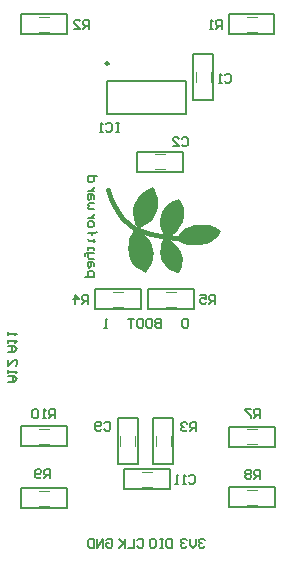
<source format=gbo>
G04*
G04 #@! TF.GenerationSoftware,Altium Limited,Altium Designer,18.1.6 (161)*
G04*
G04 Layer_Color=32896*
%FSTAX24Y24*%
%MOIN*%
G70*
G01*
G75*
%ADD10C,0.0079*%
%ADD11C,0.0070*%
%ADD12C,0.0040*%
%ADD13C,0.0050*%
%ADD55C,0.0098*%
%ADD56C,0.0158*%
G36*
X015148Y020537D02*
X015148Y020536D01*
X01514Y020457D01*
X01514Y020456D01*
X01514Y020456D01*
X015119Y020381D01*
X015082Y020231D01*
X015081Y02023D01*
Y02023D01*
X015061Y02018D01*
X01506Y02018D01*
X01506Y020179D01*
X015002Y020067D01*
X015002Y020067D01*
X015002Y020066D01*
X014935Y019966D01*
X014935Y019966D01*
X014935Y019966D01*
X014901Y019924D01*
X0149Y019924D01*
X014899Y019922D01*
X014898Y019922D01*
X014897Y019922D01*
X014896Y019922D01*
X014894Y019922D01*
X014819Y019951D01*
X014819Y019952D01*
X014818Y019952D01*
X014731Y019998D01*
X014731Y019998D01*
X014731Y019998D01*
X014668Y020031D01*
X014668Y020031D01*
X014668Y020031D01*
X014543Y020119D01*
X014542Y020119D01*
X014542Y020119D01*
X014483Y020178D01*
X014483Y020178D01*
X014483Y020179D01*
X014437Y020245D01*
X014437Y020246D01*
X014436Y020246D01*
X014403Y020313D01*
X014403Y020313D01*
X014403Y020313D01*
X014357Y020409D01*
X014357Y020409D01*
X014357Y020409D01*
X014332Y020467D01*
X014332Y020468D01*
X014332Y020469D01*
X014315Y020569D01*
X014315Y020569D01*
X014315Y02057D01*
X014311Y02072D01*
X014311Y02072D01*
X014311Y02072D01*
X014319Y020879D01*
X014319Y020879D01*
X014319Y02088D01*
X014344Y021D01*
X014344Y021001D01*
X014344Y021001D01*
X014374Y021101D01*
X014374Y021101D01*
X014374Y021102D01*
X01442Y021202D01*
X01442Y021202D01*
X01442Y021202D01*
X014466Y021277D01*
X014466Y021278D01*
X014466Y021278D01*
X014508Y021332D01*
X014508Y021332D01*
X014508Y021333D01*
X014509Y021333D01*
X01451Y021334D01*
X014511Y021334D01*
X014512Y021335D01*
X014513Y021335D01*
X014513Y021335D01*
X014514Y021334D01*
X014515Y021334D01*
X014765Y021255D01*
X014767Y021254D01*
X014768Y021253D01*
X014784Y021228D01*
X014892Y021137D01*
X014942Y021096D01*
X014942Y021095D01*
X014943Y021095D01*
X014997Y021033D01*
X014997Y021032D01*
X014997Y021032D01*
X015064Y020927D01*
X015064Y020927D01*
X015064Y020927D01*
X015106Y020839D01*
X015106Y020839D01*
X015107Y020838D01*
X015136Y020688D01*
X015136Y020688D01*
X015136Y020687D01*
X015148Y020537D01*
X015148Y020537D01*
D02*
G37*
G36*
X015298Y022277D02*
X015298Y022276D01*
X015285Y022106D01*
X015285Y022105D01*
X015285Y022104D01*
X015247Y021971D01*
X015247Y021971D01*
X015247Y02197D01*
X015172Y021791D01*
X015172Y021791D01*
X015172Y02179D01*
X015122Y021703D01*
X015121Y021702D01*
X015121Y021702D01*
X015075Y021652D01*
X015074Y021651D01*
X015074Y021651D01*
X015016Y021609D01*
X015016Y021609D01*
X015016Y021609D01*
X014941Y021559D01*
X014941Y021559D01*
X01494Y021559D01*
X014811Y021476D01*
X014811Y021476D01*
X014811Y021475D01*
X014761Y02145D01*
X014703Y021421D01*
X014701Y021421D01*
X0147Y02142D01*
X014683D01*
X014682Y021421D01*
X014681Y021421D01*
X014557Y02147D01*
X014557Y02147D01*
X014556Y02147D01*
X014556Y021471D01*
X014555Y021471D01*
X014555Y021472D01*
X014554Y021473D01*
X014554Y021474D01*
X014553Y021474D01*
X014535Y02155D01*
X014519Y021604D01*
X014519Y021604D01*
X014518Y021605D01*
X014502Y021684D01*
X014502Y021684D01*
X014502Y021684D01*
X014481Y021792D01*
X014481Y021792D01*
X014481Y021792D01*
X014464Y021888D01*
X014464Y021889D01*
X014464Y021889D01*
Y021981D01*
X014464Y021981D01*
X014464Y021982D01*
X014472Y022073D01*
X014473Y022074D01*
X014472Y022074D01*
X014489Y022145D01*
X014489Y022145D01*
X014489Y022145D01*
X014519Y022245D01*
X014519Y022246D01*
X014519Y022246D01*
X014581Y022359D01*
X014582Y022359D01*
X014582Y022359D01*
X014619Y022418D01*
X01462Y022418D01*
X01462Y022419D01*
X014741Y022536D01*
X014741Y022536D01*
X014741Y022536D01*
X014816Y022606D01*
X014816Y022606D01*
X014816Y022607D01*
X014871Y022653D01*
X014871Y022653D01*
X014872Y022653D01*
X014934Y022687D01*
X01505Y022753D01*
X015051Y022753D01*
X015051Y022753D01*
X015113Y022787D01*
X015115Y022787D01*
X015118Y022787D01*
X015118Y022787D01*
X015118Y022787D01*
X01512Y022786D01*
X015122Y022785D01*
X015201Y022668D01*
X015201Y022667D01*
X015201Y022667D01*
X015235Y022592D01*
X015235Y022592D01*
X015235Y022591D01*
X015264Y022495D01*
X015264Y022495D01*
X015264Y022495D01*
X015289Y022408D01*
X015289Y022407D01*
X015289Y022406D01*
X015298Y022277D01*
X015298Y022277D01*
D02*
G37*
G36*
X015988Y022387D02*
X015989Y022387D01*
X01599Y022386D01*
X015992Y022385D01*
X016063Y022276D01*
X016063Y022276D01*
X016063Y022276D01*
X016125Y022155D01*
X016125Y022154D01*
X016126Y022154D01*
X016151Y022079D01*
X016151Y022079D01*
X016151Y022079D01*
X016167Y02202D01*
X016167Y02202D01*
X016168Y022019D01*
X016176Y021944D01*
X016176Y021944D01*
X016176Y021943D01*
X016164Y02176D01*
X016163Y021759D01*
X016164Y021759D01*
X016139Y021667D01*
X016138Y021667D01*
X016138Y021667D01*
X016117Y0216D01*
X016117Y0216D01*
X016117Y021599D01*
X01608Y021528D01*
X016079Y021527D01*
X016046Y021466D01*
X016046Y021465D01*
X016046Y021465D01*
X015967Y021344D01*
X015966Y021344D01*
X015965Y021343D01*
X015815Y021226D01*
X015815Y021226D01*
X015815Y021226D01*
X015686Y021147D01*
X015686Y021147D01*
X015686Y021147D01*
X015644Y021122D01*
X015642Y021121D01*
X01564Y021121D01*
X015502Y021141D01*
X015501Y021142D01*
X015501Y021142D01*
X0155Y021143D01*
X015498Y021143D01*
X015498Y021144D01*
X015498Y021144D01*
X015498Y021144D01*
X015497Y021145D01*
X015418Y021312D01*
X015418Y021312D01*
X015418Y021313D01*
X015376Y021501D01*
X015376Y021501D01*
X015376Y021502D01*
X015372Y021647D01*
X015372Y021648D01*
X015372Y021649D01*
X015397Y021824D01*
X015397Y021824D01*
X015397Y021824D01*
X01543Y021937D01*
X01543Y021937D01*
Y021938D01*
X01546Y022008D01*
X01546Y022009D01*
X015461Y02201D01*
X015498Y02206D01*
X015498Y02206D01*
X015498Y02206D01*
X015561Y022139D01*
X015561Y02214D01*
X015561Y02214D01*
X015628Y022202D01*
X015629Y022203D01*
X015629Y022203D01*
X015808Y022308D01*
X015808Y022308D01*
X015809Y022308D01*
X015913Y022358D01*
X015913Y022358D01*
X015913Y022358D01*
X015984Y022387D01*
X015986Y022387D01*
X015988Y022387D01*
X015988Y022387D01*
D02*
G37*
G36*
X016822Y021523D02*
X016822Y021523D01*
X016918Y021515D01*
X016918Y021515D01*
X016918Y021515D01*
X017031Y021502D01*
X017031Y021502D01*
X017032Y021502D01*
X017111Y021473D01*
X017111Y021473D01*
X017111Y021473D01*
X017186Y021443D01*
X017187Y021443D01*
X017187Y021443D01*
X017283Y021384D01*
X017283Y021384D01*
X017284Y021384D01*
X01735Y021339D01*
X017391Y021318D01*
X017393Y021316D01*
X017394Y021314D01*
X017394Y021314D01*
X017394Y021314D01*
X017394Y021312D01*
X017394Y02131D01*
X017361Y021239D01*
X01736Y021239D01*
X01736Y021238D01*
X017323Y02118D01*
X017322Y02118D01*
X017322Y021179D01*
X017251Y0211D01*
X017251Y0211D01*
X017251Y0211D01*
X017193Y021037D01*
X017192Y021037D01*
X017192Y021037D01*
X017109Y020974D01*
X017109Y020974D01*
X017109Y020974D01*
X017063Y02094D01*
X017062Y02094D01*
X017062Y02094D01*
X016995Y020911D01*
X016995Y020911D01*
X016995Y020911D01*
X016945Y02089D01*
X016944Y02089D01*
X016944Y020889D01*
X016831Y020864D01*
X016831Y020864D01*
X016831Y020864D01*
X016752Y020848D01*
X016752Y020848D01*
X016752Y020848D01*
X016664Y020835D01*
X016664Y020835D01*
X016663Y020835D01*
X016572D01*
X016571Y020835D01*
X016571Y020835D01*
X016442Y020844D01*
X016442Y020844D01*
X016442Y020844D01*
X016334Y020852D01*
X016333Y020852D01*
X016333Y020852D01*
X016283Y02086D01*
X016283Y02086D01*
X016283Y02086D01*
X016195Y020877D01*
X016195Y020877D01*
X016195Y020877D01*
X01616Y020888D01*
X01616Y020888D01*
X01616Y020888D01*
X016096Y020916D01*
X016095Y020916D01*
X016095Y020916D01*
X016043Y020952D01*
X016042Y020953D01*
X016042Y020953D01*
X015978Y021009D01*
X015978Y021009D01*
X015977Y02101D01*
X015967Y021023D01*
X015934Y021023D01*
X015933Y021023D01*
X015932Y021023D01*
X015931Y021024D01*
X01593Y021024D01*
X015929Y021025D01*
X015928Y021026D01*
X015928Y021027D01*
X015928Y021029D01*
X015928Y02103D01*
X015928Y021031D01*
X015957Y021135D01*
X015958Y021136D01*
X015958Y021137D01*
X015991Y021191D01*
X015992Y021191D01*
X015992Y021191D01*
X016067Y021287D01*
X016067Y021288D01*
X016068Y021288D01*
X016176Y021372D01*
X016177Y021372D01*
X016177Y021372D01*
X016244Y02141D01*
X016244Y02141D01*
X016244Y02141D01*
X016344Y021448D01*
X016419Y021477D01*
X01642Y021477D01*
X01642Y021477D01*
X016503Y021498D01*
X016503Y021498D01*
X016503Y021498D01*
X016587Y021519D01*
X016587Y021518D01*
X016588Y021519D01*
X016663Y021523D01*
X016663Y021523D01*
X016663Y021523D01*
X016822D01*
X016822Y021523D01*
D02*
G37*
G36*
X015492Y021057D02*
X015493Y021057D01*
X015622Y021037D01*
X015623Y021036D01*
X015624Y021036D01*
X015761Y020965D01*
X015762Y020965D01*
X015762Y020965D01*
X015837Y020915D01*
X015837Y020914D01*
X015838Y020914D01*
X015908Y020844D01*
X015908Y020844D01*
X015908Y020843D01*
X01598Y020755D01*
X01598Y020755D01*
X01598Y020755D01*
X015987Y020745D01*
X015987Y020745D01*
X015987Y020744D01*
X016Y020724D01*
X016Y020724D01*
X016Y020724D01*
X016011Y020703D01*
X016011Y020703D01*
X016011Y020703D01*
X016022Y020681D01*
X016022Y020681D01*
X016022Y020681D01*
X016026Y02067D01*
X01606Y0206D01*
X01606Y0206D01*
X01606Y020599D01*
X016098Y020508D01*
X016098Y020507D01*
X016098Y020507D01*
X016115Y020427D01*
X016115Y020427D01*
X016115Y020426D01*
X016123Y020314D01*
X016123Y020313D01*
X016123Y020313D01*
X016106Y020213D01*
X016106Y020212D01*
X016106Y020212D01*
X016085Y020121D01*
X016085Y02012D01*
X016085Y020119D01*
X016056Y020053D01*
X016056Y020053D01*
Y020053D01*
X016027Y019986D01*
X016026Y019986D01*
X016026Y019985D01*
X015968Y019902D01*
X015966Y019901D01*
X015964Y019899D01*
X015964Y019899D01*
X015963Y019899D01*
X015961Y019899D01*
X015959Y0199D01*
X015926Y019916D01*
X015864Y019941D01*
X015864Y019941D01*
X015864Y019941D01*
X015789Y019979D01*
X015789Y019979D01*
X015789Y019979D01*
X015697Y020025D01*
X015697Y020025D01*
X015696Y020025D01*
X015633Y020075D01*
X015633Y020075D01*
X015633Y020075D01*
X015575Y020125D01*
X015574Y020126D01*
X015574Y020127D01*
X015516Y020206D01*
X015515Y020206D01*
X015515Y020206D01*
X01544Y020323D01*
X01544Y020323D01*
X01544Y020324D01*
X015402Y020424D01*
X015402Y020424D01*
X015402Y020424D01*
X015386Y020478D01*
X015386Y020479D01*
X015385Y02048D01*
X015377Y020584D01*
X015377Y020584D01*
X015377Y020585D01*
X015398Y020781D01*
X015398Y020781D01*
X015398Y020781D01*
X01541Y020869D01*
X015411Y020869D01*
X01541Y020869D01*
X015427Y020932D01*
X015427Y020932D01*
X015427Y020932D01*
X015444Y020982D01*
X015444Y020983D01*
X015444Y020984D01*
X015486Y021054D01*
X015487Y021055D01*
X015487Y021056D01*
X015488Y021056D01*
X015488Y021056D01*
X015489Y021056D01*
X01549Y021057D01*
X015491Y021057D01*
X015492Y021057D01*
X015492Y021057D01*
D02*
G37*
D10*
X013602Y026299D02*
X01624D01*
X013602Y025197D02*
X01624D01*
X013602D02*
Y026299D01*
X01624Y025197D02*
Y026299D01*
D11*
X01357Y01101D02*
X01362Y01106D01*
X01372D01*
X01377Y01101D01*
Y01081D01*
X01372Y01076D01*
X01362D01*
X01357Y01081D01*
Y01091D01*
X01367D01*
X01347Y01076D02*
Y01106D01*
X01327Y01076D01*
Y01106D01*
X01317D02*
Y01076D01*
X01302D01*
X01297Y01081D01*
Y01101D01*
X01302Y01106D01*
X01317D01*
X014597Y01101D02*
X014647Y01106D01*
X014747D01*
X014797Y01101D01*
Y01081D01*
X014747Y01076D01*
X014647D01*
X014597Y01081D01*
X014497Y01106D02*
Y01076D01*
X014297D01*
X014197Y01106D02*
Y01076D01*
Y01086D01*
X013997Y01106D01*
X014147Y01091D01*
X013997Y01076D01*
X015773Y01106D02*
Y01076D01*
X015623D01*
X015573Y01081D01*
Y01101D01*
X015623Y01106D01*
X015773D01*
X015473D02*
X015373D01*
X015423D01*
Y01076D01*
X015473D01*
X015373D01*
X015074Y01106D02*
X015174D01*
X015224Y01101D01*
Y01081D01*
X015174Y01076D01*
X015074D01*
X015024Y01081D01*
Y01101D01*
X015074Y01106D01*
X01685Y01101D02*
X0168Y01106D01*
X0167D01*
X01665Y01101D01*
Y01096D01*
X0167Y01091D01*
X01675D01*
X0167D01*
X01665Y01086D01*
Y01081D01*
X0167Y01076D01*
X0168D01*
X01685Y01081D01*
X01655Y01106D02*
Y01086D01*
X01645Y01076D01*
X01635Y01086D01*
Y01106D01*
X01625Y01101D02*
X0162Y01106D01*
X0161D01*
X01605Y01101D01*
Y01096D01*
X0161Y01091D01*
X01615D01*
X0161D01*
X01605Y01086D01*
Y01081D01*
X0161Y01076D01*
X0162D01*
X01625Y01081D01*
X01029Y01728D02*
X01049D01*
X01059Y01738D01*
X01049Y01748D01*
X01029D01*
X01044D01*
Y01728D01*
X01029Y01758D02*
Y01768D01*
Y01763D01*
X01059D01*
X01054Y01758D01*
X01029Y01783D02*
Y01793D01*
Y01788D01*
X01059D01*
X01054Y01783D01*
X0103Y01627D02*
X0105D01*
X0106Y01637D01*
X0105Y01647D01*
X0103D01*
X01045D01*
Y01627D01*
X0103Y01657D02*
Y01667D01*
Y01662D01*
X0106D01*
X01055Y01657D01*
X0103Y01702D02*
Y01682D01*
X0105Y01702D01*
X01055D01*
X0106Y01697D01*
Y01687D01*
X01055Y01682D01*
X0163Y01834D02*
X01625Y01839D01*
X01615D01*
X0161Y01834D01*
Y01814D01*
X01615Y01809D01*
X01625D01*
X0163Y01814D01*
Y01834D01*
X0154Y01839D02*
Y01809D01*
X01525D01*
X0152Y01814D01*
Y01819D01*
X01525Y01824D01*
X0154D01*
X01525D01*
X0152Y01829D01*
Y01834D01*
X01525Y01839D01*
X0154D01*
X01495D02*
X01505D01*
X0151Y01834D01*
Y01814D01*
X01505Y01809D01*
X01495D01*
X0149Y01814D01*
Y01834D01*
X01495Y01839D01*
X014651D02*
X01475D01*
X0148Y01834D01*
Y01814D01*
X01475Y01809D01*
X014651D01*
X014601Y01814D01*
Y01834D01*
X014651Y01839D01*
X014501D02*
X014301D01*
X014401D01*
Y01809D01*
X013601D02*
X013501D01*
X013551D01*
Y01839D01*
X013601Y01834D01*
X01285Y01979D02*
X01315D01*
Y01994D01*
X0131Y01999D01*
X013D01*
X01295Y01994D01*
Y01979D01*
X01315Y02014D02*
Y02024D01*
X0131Y02029D01*
X01295D01*
Y02014D01*
X013Y02009D01*
X01305Y02014D01*
Y02029D01*
X01315Y02039D02*
X013D01*
X01295Y02044D01*
Y02059D01*
X0129D01*
X01285Y02054D01*
Y02049D01*
X01295Y02059D02*
X01315D01*
X01295Y02069D02*
Y02079D01*
Y02074D01*
X01315D01*
Y02069D01*
X0132Y02099D02*
X01315D01*
Y02094D01*
Y02104D01*
Y02099D01*
X013D01*
X01295Y02104D01*
Y02124D02*
X0132D01*
X0131D01*
Y02119D01*
Y02129D01*
Y02124D01*
X0132D01*
X01325Y02129D01*
X01295Y021489D02*
Y021589D01*
X013Y021639D01*
X0131D01*
X01315Y021589D01*
Y021489D01*
X0131Y021439D01*
X013D01*
X01295Y021489D01*
X01315Y021739D02*
X01295D01*
X01305D01*
X0131Y021789D01*
X01315Y021839D01*
Y021889D01*
Y022039D02*
X013D01*
X01295Y022089D01*
X013Y022139D01*
X01295Y022189D01*
X013Y022239D01*
X01315D01*
Y022389D02*
Y022489D01*
X0131Y022539D01*
X01295D01*
Y022389D01*
X013Y022339D01*
X01305Y022389D01*
Y022539D01*
X01315Y022639D02*
X01295D01*
X01305D01*
X0131Y022689D01*
X01315Y022739D01*
Y022789D01*
X01325Y023139D02*
X01295D01*
Y022989D01*
X013Y022939D01*
X0131D01*
X01315Y022989D01*
Y023139D01*
X01721Y01888D02*
Y01918D01*
X01706D01*
X01701Y01913D01*
Y01903D01*
X01706Y01898D01*
X01721D01*
X01711D02*
X01701Y01888D01*
X01671Y01918D02*
X01691D01*
Y01903D01*
X01681Y01908D01*
X01676D01*
X01671Y01903D01*
Y01893D01*
X01676Y01888D01*
X01686D01*
X01691Y01893D01*
X01297Y01888D02*
Y01918D01*
X01282D01*
X01277Y01913D01*
Y01903D01*
X01282Y01898D01*
X01297D01*
X01287D02*
X01277Y01888D01*
X01252D02*
Y01918D01*
X01267Y01903D01*
X01247D01*
X01186Y015078D02*
Y015378D01*
X01171D01*
X01166Y015328D01*
Y015228D01*
X01171Y015178D01*
X01186D01*
X01176D02*
X01166Y015078D01*
X01156D02*
X01146D01*
X01151D01*
Y015378D01*
X01156Y015328D01*
X01131D02*
X01126Y015378D01*
X01116D01*
X01111Y015328D01*
Y015128D01*
X01116Y015078D01*
X01126D01*
X01131Y015128D01*
Y015328D01*
X01171Y01307D02*
Y01337D01*
X01156D01*
X01151Y01332D01*
Y01322D01*
X01156Y01317D01*
X01171D01*
X01161D02*
X01151Y01307D01*
X01141Y01312D02*
X01136Y01307D01*
X01126D01*
X01121Y01312D01*
Y01332D01*
X01126Y01337D01*
X01136D01*
X01141Y01332D01*
Y01327D01*
X01136Y01322D01*
X01121D01*
X01871Y01306D02*
Y01336D01*
X01856D01*
X01851Y01331D01*
Y01321D01*
X01856Y01316D01*
X01871D01*
X01861D02*
X01851Y01306D01*
X01841Y01331D02*
X01836Y01336D01*
X01826D01*
X01821Y01331D01*
Y01326D01*
X01826Y01321D01*
X01821Y01316D01*
Y01311D01*
X01826Y01306D01*
X01836D01*
X01841Y01311D01*
Y01316D01*
X01836Y01321D01*
X01841Y01326D01*
Y01331D01*
X01836Y01321D02*
X01826D01*
X01869Y01509D02*
Y01539D01*
X01854D01*
X01849Y01534D01*
Y01524D01*
X01854Y01519D01*
X01869D01*
X01859D02*
X01849Y01509D01*
X01839Y01539D02*
X01819D01*
Y01534D01*
X01839Y01514D01*
Y01509D01*
X01657Y01464D02*
Y01494D01*
X01642D01*
X01637Y01489D01*
Y01479D01*
X01642Y01474D01*
X01657D01*
X01647D02*
X01637Y01464D01*
X01627Y01489D02*
X01622Y01494D01*
X01612D01*
X01607Y01489D01*
Y01484D01*
X01612Y01479D01*
X01617D01*
X01612D01*
X01607Y01474D01*
Y01469D01*
X01612Y01464D01*
X01622D01*
X01627Y01469D01*
X013Y02805D02*
Y02835D01*
X01285D01*
X0128Y0283D01*
Y0282D01*
X01285Y02815D01*
X013D01*
X0129D02*
X0128Y02805D01*
X0125D02*
X0127D01*
X0125Y02825D01*
Y0283D01*
X01255Y02835D01*
X01265D01*
X0127Y0283D01*
X01743Y02805D02*
Y02835D01*
X01728D01*
X01723Y0283D01*
Y0282D01*
X01728Y02815D01*
X01743D01*
X01733D02*
X01723Y02805D01*
X01713D02*
X01703D01*
X01708D01*
Y02835D01*
X01713Y0283D01*
X014Y02492D02*
X0139D01*
X01395D01*
Y02462D01*
X014D01*
X0139D01*
X01355Y02487D02*
X0136Y02492D01*
X0137D01*
X01375Y02487D01*
Y02467D01*
X0137Y02462D01*
X0136D01*
X01355Y02467D01*
X01345Y02462D02*
X01335D01*
X0134D01*
Y02492D01*
X01345Y02487D01*
X01633Y01314D02*
X01638Y01319D01*
X01648D01*
X01653Y01314D01*
Y01294D01*
X01648Y01289D01*
X01638D01*
X01633Y01294D01*
X01623Y01289D02*
X01613D01*
X01618D01*
Y01319D01*
X01623Y01314D01*
X01598Y01289D02*
X01588D01*
X01593D01*
Y01319D01*
X01598Y01314D01*
X0135Y01491D02*
X01355Y01496D01*
X01365D01*
X0137Y01491D01*
Y01471D01*
X01365Y01466D01*
X01355D01*
X0135Y01471D01*
X0134D02*
X01335Y01466D01*
X01325D01*
X0132Y01471D01*
Y01491D01*
X01325Y01496D01*
X01335D01*
X0134Y01491D01*
Y01486D01*
X01335Y01481D01*
X0132D01*
X016094Y02439D02*
X016144Y02444D01*
X016244D01*
X016294Y02439D01*
Y02419D01*
X016244Y02414D01*
X016144D01*
X016094Y02419D01*
X015795Y02414D02*
X015994D01*
X015795Y02434D01*
Y02439D01*
X015845Y02444D01*
X015945D01*
X015994Y02439D01*
X01752Y02651D02*
X01757Y02656D01*
X01767D01*
X01772Y02651D01*
Y02631D01*
X01767Y02626D01*
X01757D01*
X01752Y02631D01*
X01742Y02626D02*
X01732D01*
X01737D01*
Y02656D01*
X01742Y02651D01*
D12*
X015722Y014138D02*
Y014478D01*
X015222Y014138D02*
Y014478D01*
X014041Y014138D02*
Y014478D01*
X014541Y014138D02*
Y014478D01*
X01825Y02846D02*
X01859D01*
X01825Y02796D02*
X01859D01*
X016561Y02627D02*
Y02661D01*
X017061Y02627D02*
Y02661D01*
X01556Y01929D02*
X0159D01*
X01556Y01879D02*
X0159D01*
X0138Y01929D02*
X01414D01*
X0138Y01879D02*
X01414D01*
X01134Y01471D02*
X01168D01*
X01134Y01421D02*
X01168D01*
X01134Y01266D02*
X01168D01*
X01134Y01216D02*
X01168D01*
X014756Y013282D02*
X015096D01*
X014756Y012781D02*
X015096D01*
X01827Y01219D02*
X01861D01*
X01827Y01269D02*
X01861D01*
X01826Y01421D02*
X0186D01*
X01826Y01471D02*
X0186D01*
X011327Y027956D02*
X011667D01*
X011327Y028456D02*
X011667D01*
X015201Y023372D02*
X015541D01*
X015201Y023872D02*
X015541D01*
D13*
X015142Y015078D02*
X015812D01*
X015142Y013548D02*
Y015078D01*
Y013548D02*
X015812D01*
Y015078D01*
X013951Y013538D02*
X014621D01*
Y015068D01*
X013951D02*
X014621D01*
X013951Y013538D02*
Y015068D01*
X01765Y02788D02*
Y02855D01*
Y02788D02*
X01918D01*
Y02855D01*
X01765D02*
X01918D01*
X016471Y02567D02*
X017141D01*
Y0272D01*
X016471D02*
X017141D01*
X016471Y02567D02*
Y0272D01*
X01497Y0187D02*
X0165D01*
X01497D02*
Y01937D01*
X0165D01*
Y0187D02*
Y01937D01*
X01321Y0187D02*
X01474D01*
X01321D02*
Y01937D01*
X01474D01*
Y0187D02*
Y01937D01*
X01074Y01413D02*
Y0148D01*
Y01413D02*
X01227D01*
Y0148D01*
X01074D02*
X01227D01*
X01074Y01208D02*
Y01275D01*
Y01208D02*
X01227D01*
Y01275D01*
X01074D02*
X01227D01*
X014156Y012701D02*
Y013371D01*
Y012701D02*
X015686D01*
Y013371D01*
X014156D02*
X015686D01*
X01921Y0121D02*
Y01277D01*
X01768D02*
X01921D01*
X01768Y0121D02*
Y01277D01*
Y0121D02*
X01921D01*
X0192Y01412D02*
Y01479D01*
X01767D02*
X0192D01*
X01767Y01412D02*
Y01479D01*
Y01412D02*
X0192D01*
X012267Y027866D02*
Y028536D01*
X010737D02*
X012267D01*
X010737Y027866D02*
Y028536D01*
Y027866D02*
X012267D01*
X016141Y023282D02*
Y023952D01*
X014611D02*
X016141D01*
X014611Y023282D02*
Y023952D01*
Y023282D02*
X016141D01*
D55*
X013652Y02689D02*
G03*
X013652Y02689I-000049J0D01*
G01*
D56*
X013841Y022165D02*
X014041Y02184D01*
X014136Y021723D01*
X014661Y021348D02*
X015016Y021223D01*
X01507Y021211D01*
X014491Y021419D02*
X014661Y021348D01*
X015407Y021136D02*
X015507Y021113D01*
X015612Y021105D01*
X015716Y021097D01*
X015807Y021092D01*
X015236Y021173D02*
X015407Y021136D01*
X01507Y021211D02*
X015236Y021173D01*
X015807Y021092D02*
X016148Y02108D01*
X013739Y022388D02*
X013841Y022165D01*
X014136Y021723D02*
X014282Y021569D01*
X013636Y022678D02*
X013739Y022388D01*
X014282Y021569D02*
X014374Y021498D01*
X014491Y021419D01*
M02*

</source>
